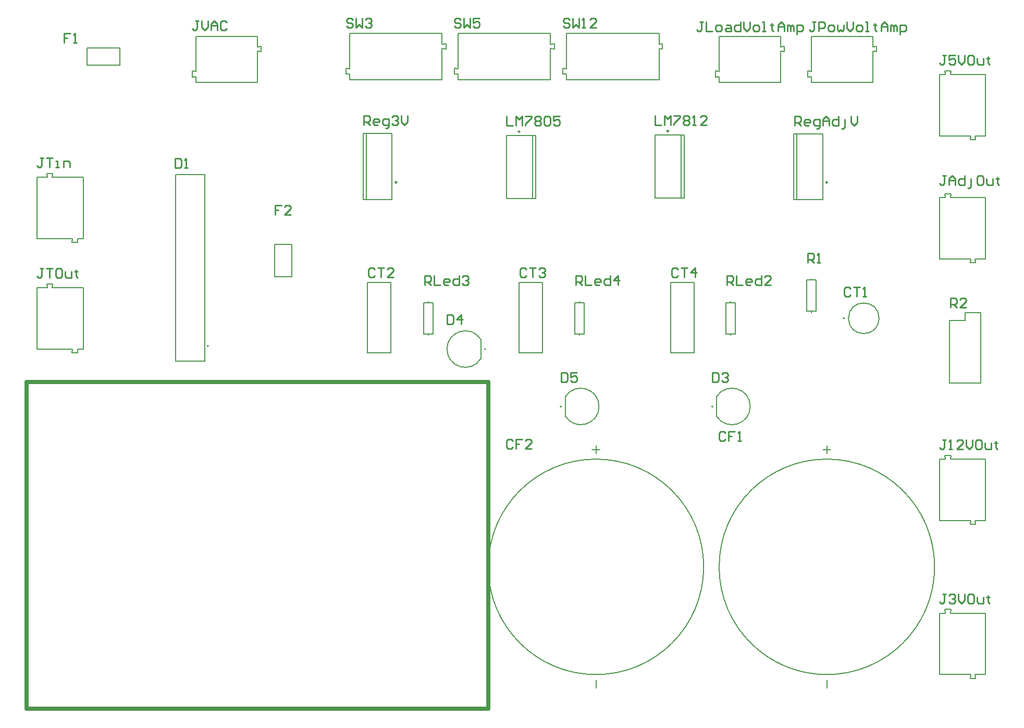
<source format=gto>
G04*
G04 #@! TF.GenerationSoftware,Altium Limited,Altium Designer,22.8.2 (66)*
G04*
G04 Layer_Color=65535*
%FSLAX23Y23*%
%MOIN*%
G70*
G04*
G04 #@! TF.SameCoordinates,6CFFAB6B-6790-4276-9EC1-E399126B9D9B*
G04*
G04*
G04 #@! TF.FilePolarity,Positive*
G04*
G01*
G75*
%ADD10C,0.010*%
%ADD11C,0.005*%
%ADD12C,0.008*%
%ADD13C,0.028*%
%ADD14C,0.010*%
D10*
X4204Y3870D02*
G03*
X4204Y3870I-5J0D01*
G01*
X3253Y3867D02*
G03*
X3253Y3867I-5J0D01*
G01*
X2466Y3543D02*
G03*
X2466Y3543I-5J0D01*
G01*
X5221Y3542D02*
G03*
X5221Y3542I-5J0D01*
G01*
D11*
X4429Y1083D02*
G03*
X4429Y1083I-689J0D01*
G01*
X3544Y2047D02*
G03*
X3544Y2170I99J62D01*
G01*
X4511Y2047D02*
G03*
X4511Y2170I99J62D01*
G01*
X5906Y1083D02*
G03*
X5906Y1083I-689J0D01*
G01*
X3003Y2538D02*
G03*
X3003Y2415I-99J-62D01*
G01*
X5551Y2673D02*
G03*
X5551Y2673I-98J0D01*
G01*
X3740Y308D02*
Y358D01*
Y1808D02*
Y1858D01*
X3715Y1833D02*
X3765D01*
X3544Y2047D02*
Y2170D01*
X4511Y2047D02*
Y2170D01*
X5217Y308D02*
Y358D01*
Y1808D02*
Y1858D01*
X5192Y1833D02*
X5242D01*
X3003Y2415D02*
Y2538D01*
X1050Y2400D02*
Y3593D01*
X1239D01*
Y2400D02*
Y3593D01*
X1050Y2400D02*
X1239D01*
D12*
X3520Y2108D02*
G03*
X3520Y2108I-4J0D01*
G01*
X4488D02*
G03*
X4488Y2108I-4J0D01*
G01*
X3034Y2476D02*
G03*
X3034Y2476I-4J0D01*
G01*
X1261Y2496D02*
G03*
X1261Y2496I-4J0D01*
G01*
X5329Y2673D02*
G03*
X5329Y2673I-4J0D01*
G01*
X4285Y3443D02*
Y3844D01*
X4304Y3443D02*
Y3844D01*
X4119Y3443D02*
Y3844D01*
Y3443D02*
X4304D01*
X4119Y3844D02*
X4304D01*
X3333Y3439D02*
Y3841D01*
X3353Y3439D02*
Y3841D01*
X3168Y3439D02*
Y3841D01*
Y3439D02*
X3353D01*
X3168Y3841D02*
X3353D01*
X3635Y2773D02*
Y2782D01*
Y2564D02*
Y2573D01*
Y2773D02*
X3665D01*
Y2573D02*
Y2773D01*
X3605Y2573D02*
X3665D01*
X3605D02*
Y2773D01*
X3635D01*
X2667D02*
Y2782D01*
Y2564D02*
Y2573D01*
Y2773D02*
X2697D01*
Y2573D02*
Y2773D01*
X2637Y2573D02*
X2697D01*
X2637D02*
Y2773D01*
X2667D01*
X4602D02*
Y2782D01*
Y2564D02*
Y2573D01*
Y2773D02*
X4632D01*
Y2573D02*
Y2773D01*
X4572Y2573D02*
X4632D01*
X4572D02*
Y2773D01*
X4602D01*
X2250Y3854D02*
X2435D01*
X2250Y3433D02*
X2435D01*
Y3854D01*
X2250Y3433D02*
Y3854D01*
X2270Y3433D02*
Y3854D01*
X4217Y2453D02*
Y2903D01*
Y2453D02*
X4367D01*
Y2903D01*
X4217D02*
X4367D01*
X3247Y2453D02*
Y2903D01*
Y2453D02*
X3397D01*
Y2903D01*
X3247D02*
X3397D01*
X2277Y2453D02*
Y2903D01*
Y2453D02*
X2427D01*
Y2903D01*
X2277D02*
X2427D01*
X5118Y4476D02*
X5512Y4476D01*
X5535Y4379D02*
Y4412D01*
X5512Y4382D02*
X5535Y4379D01*
X5512Y4409D02*
X5535Y4412D01*
X5512Y4409D02*
Y4476D01*
X5118Y4181D02*
X5512D01*
Y4382D01*
X5094Y4216D02*
Y4254D01*
Y4216D02*
X5118Y4218D01*
X5094Y4254D02*
X5118Y4252D01*
Y4181D02*
Y4218D01*
Y4252D02*
Y4476D01*
X4528D02*
X4921Y4476D01*
X4945Y4379D02*
Y4412D01*
X4921Y4382D02*
X4945Y4379D01*
X4921Y4409D02*
X4945Y4412D01*
X4921Y4409D02*
Y4476D01*
X4528Y4181D02*
X4921D01*
Y4382D01*
X4504Y4216D02*
Y4254D01*
Y4216D02*
X4528Y4218D01*
X4504Y4254D02*
X4528Y4252D01*
Y4181D02*
Y4218D01*
Y4252D02*
Y4476D01*
X5006Y3852D02*
X5191D01*
X5006Y3431D02*
X5191D01*
Y3852D01*
X5006Y3431D02*
Y3852D01*
X5026Y3431D02*
Y3852D01*
X6232Y1378D02*
X6232Y1772D01*
X6135Y1354D02*
X6168D01*
X6135D02*
X6138Y1378D01*
X6165D02*
X6168Y1354D01*
X6165Y1378D02*
X6232D01*
X5937D02*
Y1772D01*
Y1378D02*
X6138D01*
X5972Y1795D02*
X6010D01*
X5972D02*
X5974Y1772D01*
X6008D02*
X6010Y1795D01*
X5937Y1772D02*
X5974D01*
X6008D02*
X6232D01*
X6232Y394D02*
X6232Y787D01*
X6135Y370D02*
X6168D01*
X6135D02*
X6138Y394D01*
X6165D02*
X6168Y370D01*
X6165Y394D02*
X6232D01*
X5937D02*
Y787D01*
Y394D02*
X6138D01*
X5972Y811D02*
X6010D01*
X5972D02*
X5974Y787D01*
X6008D02*
X6010Y811D01*
X5937Y787D02*
X5974D01*
X6008D02*
X6232D01*
X6232Y3051D02*
X6232Y3445D01*
X6135Y3028D02*
X6168D01*
X6135D02*
X6138Y3051D01*
X6165D02*
X6168Y3028D01*
X6165Y3051D02*
X6232D01*
X5937D02*
Y3445D01*
Y3051D02*
X6138D01*
X5972Y3469D02*
X6010D01*
X5972D02*
X5974Y3445D01*
X6008D02*
X6010Y3469D01*
X5937Y3445D02*
X5974D01*
X6008D02*
X6232D01*
X165Y2476D02*
X390D01*
X423D02*
X461D01*
X388Y2453D02*
X390Y2476D01*
X423D02*
X425Y2453D01*
X388D02*
X425D01*
X260Y2870D02*
X461D01*
Y2476D02*
Y2870D01*
X165D02*
X232D01*
X229Y2893D02*
X232Y2870D01*
X260D02*
X263Y2893D01*
X229D02*
X263D01*
X165Y2476D02*
Y2870D01*
Y3181D02*
X390D01*
X423D02*
X461D01*
X388Y3158D02*
X390Y3181D01*
X423D02*
X425Y3158D01*
X388D02*
X425D01*
X260Y3575D02*
X461D01*
Y3181D02*
Y3575D01*
X165D02*
X232D01*
X229Y3598D02*
X232Y3575D01*
X260D02*
X263Y3598D01*
X229D02*
X263D01*
X165Y3181D02*
Y3575D01*
X1793Y2939D02*
Y3147D01*
X1683Y2939D02*
Y3147D01*
Y2939D02*
X1793D01*
X1683Y3147D02*
X1793D01*
X1181Y4252D02*
Y4476D01*
Y4181D02*
Y4218D01*
X1157Y4254D02*
X1181Y4252D01*
X1157Y4216D02*
X1181Y4218D01*
X1157Y4216D02*
Y4254D01*
X1575Y4181D02*
Y4382D01*
X1181Y4181D02*
X1575D01*
Y4409D02*
Y4476D01*
Y4409D02*
X1598Y4412D01*
X1575Y4382D02*
X1598Y4379D01*
Y4412D01*
X1181Y4476D02*
X1575Y4476D01*
X486Y4401D02*
X695D01*
X486Y4291D02*
X695D01*
Y4401D01*
X486Y4291D02*
Y4401D01*
X3552Y4269D02*
Y4494D01*
Y4199D02*
Y4236D01*
X3529Y4271D02*
X3552Y4269D01*
X3529Y4234D02*
X3552Y4236D01*
X3529Y4234D02*
Y4271D01*
X3552Y4494D02*
X4143D01*
X4166Y4396D02*
Y4430D01*
X4143Y4399D02*
X4166Y4396D01*
X4143Y4427D02*
X4166Y4430D01*
X4143Y4427D02*
Y4494D01*
X3552Y4199D02*
X4143D01*
Y4399D01*
X2859Y4269D02*
Y4494D01*
Y4199D02*
Y4236D01*
X2835Y4271D02*
X2859Y4269D01*
X2835Y4234D02*
X2859Y4236D01*
X2835Y4234D02*
Y4271D01*
X2859Y4494D02*
X3449D01*
X3473Y4396D02*
Y4430D01*
X3449Y4399D02*
X3473Y4396D01*
X3449Y4427D02*
X3473Y4430D01*
X3449Y4427D02*
Y4494D01*
X2859Y4199D02*
X3449D01*
Y4399D01*
X2165Y4269D02*
Y4494D01*
Y4199D02*
Y4236D01*
X2142Y4271D02*
X2165Y4269D01*
X2142Y4234D02*
X2165Y4236D01*
X2142Y4234D02*
Y4271D01*
X2165Y4494D02*
X2756D01*
X2780Y4396D02*
Y4430D01*
X2756Y4399D02*
X2780Y4396D01*
X2756Y4427D02*
X2780Y4430D01*
X2756Y4427D02*
Y4494D01*
X2165Y4199D02*
X2756D01*
Y4399D01*
X6002Y2259D02*
X6202D01*
Y2709D01*
X6102D02*
X6202D01*
X6102Y2659D02*
Y2709D01*
X6002Y2659D02*
X6102D01*
X6002Y2259D02*
Y2659D01*
X5118Y2718D02*
X5148D01*
Y2918D01*
X5088D02*
X5148D01*
X5088Y2718D02*
Y2918D01*
Y2718D02*
X5118D01*
Y2918D02*
Y2927D01*
Y2709D02*
Y2718D01*
X6008Y4232D02*
X6232D01*
X5937D02*
X5974D01*
X6008D02*
X6010Y4256D01*
X5972D02*
X5974Y4232D01*
X5972Y4256D02*
X6010D01*
X5937Y3839D02*
X6138D01*
X5937D02*
Y4232D01*
X6165Y3839D02*
X6232D01*
X6165D02*
X6168Y3815D01*
X6135D02*
X6138Y3839D01*
X6135Y3815D02*
X6168D01*
X6232Y3839D02*
X6232Y4232D01*
D13*
X98Y177D02*
X3051D01*
X98Y2264D02*
X3051D01*
Y177D02*
Y2264D01*
X98Y177D02*
Y2264D01*
D14*
X4118Y3970D02*
Y3910D01*
X4158D01*
X4178D02*
Y3970D01*
X4198Y3950D01*
X4218Y3970D01*
Y3910D01*
X4238Y3970D02*
X4278D01*
Y3960D01*
X4238Y3920D01*
Y3910D01*
X4298Y3960D02*
X4308Y3970D01*
X4328D01*
X4338Y3960D01*
Y3950D01*
X4328Y3940D01*
X4338Y3930D01*
Y3920D01*
X4328Y3910D01*
X4308D01*
X4298Y3920D01*
Y3930D01*
X4308Y3940D01*
X4298Y3950D01*
Y3960D01*
X4308Y3940D02*
X4328D01*
X4358Y3910D02*
X4378D01*
X4368D01*
Y3970D01*
X4358Y3960D01*
X4448Y3910D02*
X4408D01*
X4448Y3950D01*
Y3960D01*
X4438Y3970D01*
X4418D01*
X4408Y3960D01*
X3167Y3966D02*
Y3906D01*
X3207D01*
X3227D02*
Y3966D01*
X3247Y3946D01*
X3267Y3966D01*
Y3906D01*
X3287Y3966D02*
X3327D01*
Y3956D01*
X3287Y3916D01*
Y3906D01*
X3347Y3956D02*
X3357Y3966D01*
X3377D01*
X3387Y3956D01*
Y3946D01*
X3377Y3936D01*
X3387Y3926D01*
Y3916D01*
X3377Y3906D01*
X3357D01*
X3347Y3916D01*
Y3926D01*
X3357Y3936D01*
X3347Y3946D01*
Y3956D01*
X3357Y3936D02*
X3377D01*
X3407Y3956D02*
X3417Y3966D01*
X3437D01*
X3447Y3956D01*
Y3916D01*
X3437Y3906D01*
X3417D01*
X3407Y3916D01*
Y3956D01*
X3507Y3966D02*
X3467D01*
Y3936D01*
X3487Y3946D01*
X3497D01*
X3507Y3936D01*
Y3916D01*
X3497Y3906D01*
X3477D01*
X3467Y3916D01*
X3611Y2885D02*
Y2945D01*
X3641D01*
X3651Y2935D01*
Y2915D01*
X3641Y2905D01*
X3611D01*
X3631D02*
X3651Y2885D01*
X3671Y2945D02*
Y2885D01*
X3711D01*
X3761D02*
X3741D01*
X3731Y2895D01*
Y2915D01*
X3741Y2925D01*
X3761D01*
X3771Y2915D01*
Y2905D01*
X3731D01*
X3831Y2945D02*
Y2885D01*
X3801D01*
X3791Y2895D01*
Y2915D01*
X3801Y2925D01*
X3831D01*
X3881Y2885D02*
Y2945D01*
X3851Y2915D01*
X3891D01*
X2643Y2885D02*
Y2945D01*
X2673D01*
X2683Y2935D01*
Y2915D01*
X2673Y2905D01*
X2643D01*
X2663D02*
X2683Y2885D01*
X2703Y2945D02*
Y2885D01*
X2743D01*
X2793D02*
X2773D01*
X2763Y2895D01*
Y2915D01*
X2773Y2925D01*
X2793D01*
X2803Y2915D01*
Y2905D01*
X2763D01*
X2863Y2945D02*
Y2885D01*
X2833D01*
X2823Y2895D01*
Y2915D01*
X2833Y2925D01*
X2863D01*
X2883Y2935D02*
X2893Y2945D01*
X2913D01*
X2923Y2935D01*
Y2925D01*
X2913Y2915D01*
X2903D01*
X2913D01*
X2923Y2905D01*
Y2895D01*
X2913Y2885D01*
X2893D01*
X2883Y2895D01*
X4578Y2885D02*
Y2945D01*
X4608D01*
X4618Y2935D01*
Y2915D01*
X4608Y2905D01*
X4578D01*
X4598D02*
X4618Y2885D01*
X4638Y2945D02*
Y2885D01*
X4678D01*
X4728D02*
X4708D01*
X4698Y2895D01*
Y2915D01*
X4708Y2925D01*
X4728D01*
X4738Y2915D01*
Y2905D01*
X4698D01*
X4798Y2945D02*
Y2885D01*
X4768D01*
X4758Y2895D01*
Y2915D01*
X4768Y2925D01*
X4798D01*
X4858Y2885D02*
X4818D01*
X4858Y2925D01*
Y2935D01*
X4848Y2945D01*
X4828D01*
X4818Y2935D01*
X5011Y3907D02*
Y3967D01*
X5041D01*
X5051Y3957D01*
Y3937D01*
X5041Y3927D01*
X5011D01*
X5031D02*
X5051Y3907D01*
X5101D02*
X5081D01*
X5071Y3917D01*
Y3937D01*
X5081Y3947D01*
X5101D01*
X5111Y3937D01*
Y3927D01*
X5071D01*
X5151Y3887D02*
X5161D01*
X5171Y3897D01*
Y3947D01*
X5141D01*
X5131Y3937D01*
Y3917D01*
X5141Y3907D01*
X5171D01*
X5191D02*
Y3947D01*
X5211Y3967D01*
X5231Y3947D01*
Y3907D01*
Y3937D01*
X5191D01*
X5291Y3967D02*
Y3907D01*
X5261D01*
X5251Y3917D01*
Y3937D01*
X5261Y3947D01*
X5291D01*
X5311Y3887D02*
X5321D01*
X5331Y3897D01*
Y3947D01*
X5371Y3967D02*
Y3927D01*
X5391Y3907D01*
X5411Y3927D01*
Y3967D01*
X2255Y3909D02*
Y3969D01*
X2285D01*
X2295Y3959D01*
Y3939D01*
X2285Y3929D01*
X2255D01*
X2275D02*
X2295Y3909D01*
X2345D02*
X2325D01*
X2315Y3919D01*
Y3939D01*
X2325Y3949D01*
X2345D01*
X2355Y3939D01*
Y3929D01*
X2315D01*
X2395Y3889D02*
X2405D01*
X2415Y3899D01*
Y3949D01*
X2385D01*
X2375Y3939D01*
Y3919D01*
X2385Y3909D01*
X2415D01*
X2435Y3959D02*
X2445Y3969D01*
X2465D01*
X2475Y3959D01*
Y3949D01*
X2465Y3939D01*
X2455D01*
X2465D01*
X2475Y3929D01*
Y3919D01*
X2465Y3909D01*
X2445D01*
X2435Y3919D01*
X2495Y3969D02*
Y3929D01*
X2515Y3909D01*
X2535Y3929D01*
Y3969D01*
X6008Y2743D02*
Y2803D01*
X6038D01*
X6048Y2793D01*
Y2773D01*
X6038Y2763D01*
X6008D01*
X6028D02*
X6048Y2743D01*
X6108D02*
X6068D01*
X6108Y2783D01*
Y2793D01*
X6098Y2803D01*
X6078D01*
X6068Y2793D01*
X5094Y3030D02*
Y3090D01*
X5124D01*
X5134Y3080D01*
Y3060D01*
X5124Y3050D01*
X5094D01*
X5114D02*
X5134Y3030D01*
X5154D02*
X5174D01*
X5164D01*
Y3090D01*
X5154Y3080D01*
X1199Y4575D02*
X1179D01*
X1189D01*
Y4525D01*
X1179Y4515D01*
X1169D01*
X1159Y4525D01*
X1219Y4575D02*
Y4535D01*
X1239Y4515D01*
X1259Y4535D01*
Y4575D01*
X1279Y4515D02*
Y4555D01*
X1299Y4575D01*
X1319Y4555D01*
Y4515D01*
Y4545D01*
X1279D01*
X1379Y4565D02*
X1369Y4575D01*
X1349D01*
X1339Y4565D01*
Y4525D01*
X1349Y4515D01*
X1369D01*
X1379Y4525D01*
X206Y2993D02*
X186D01*
X196D01*
Y2943D01*
X186Y2933D01*
X176D01*
X166Y2943D01*
X226Y2993D02*
X266D01*
X246D01*
Y2933D01*
X316Y2993D02*
X296D01*
X286Y2983D01*
Y2943D01*
X296Y2933D01*
X316D01*
X326Y2943D01*
Y2983D01*
X316Y2993D01*
X346Y2973D02*
Y2943D01*
X356Y2933D01*
X386D01*
Y2973D01*
X416Y2983D02*
Y2973D01*
X406D01*
X426D01*
X416D01*
Y2943D01*
X426Y2933D01*
X206Y3698D02*
X186D01*
X196D01*
Y3648D01*
X186Y3638D01*
X176D01*
X166Y3648D01*
X226Y3698D02*
X266D01*
X246D01*
Y3638D01*
X286D02*
X306D01*
X296D01*
Y3678D01*
X286D01*
X336Y3638D02*
Y3678D01*
X366D01*
X376Y3668D01*
Y3638D01*
X3570Y4583D02*
X3560Y4593D01*
X3540D01*
X3530Y4583D01*
Y4573D01*
X3540Y4563D01*
X3560D01*
X3570Y4553D01*
Y4543D01*
X3560Y4533D01*
X3540D01*
X3530Y4543D01*
X3590Y4593D02*
Y4533D01*
X3610Y4553D01*
X3630Y4533D01*
Y4593D01*
X3650Y4533D02*
X3670D01*
X3660D01*
Y4593D01*
X3650Y4583D01*
X3740Y4533D02*
X3700D01*
X3740Y4573D01*
Y4583D01*
X3730Y4593D01*
X3710D01*
X3700Y4583D01*
X2876D02*
X2866Y4593D01*
X2846D01*
X2836Y4583D01*
Y4573D01*
X2846Y4563D01*
X2866D01*
X2876Y4553D01*
Y4543D01*
X2866Y4533D01*
X2846D01*
X2836Y4543D01*
X2896Y4593D02*
Y4533D01*
X2916Y4553D01*
X2936Y4533D01*
Y4593D01*
X2996D02*
X2956D01*
Y4563D01*
X2976Y4573D01*
X2986D01*
X2996Y4563D01*
Y4543D01*
X2986Y4533D01*
X2966D01*
X2956Y4543D01*
X2183Y4583D02*
X2173Y4593D01*
X2153D01*
X2143Y4583D01*
Y4573D01*
X2153Y4563D01*
X2173D01*
X2183Y4553D01*
Y4543D01*
X2173Y4533D01*
X2153D01*
X2143Y4543D01*
X2203Y4593D02*
Y4533D01*
X2223Y4553D01*
X2243Y4533D01*
Y4593D01*
X2263Y4583D02*
X2273Y4593D01*
X2293D01*
X2303Y4583D01*
Y4573D01*
X2293Y4563D01*
X2283D01*
X2293D01*
X2303Y4553D01*
Y4543D01*
X2293Y4533D01*
X2273D01*
X2263Y4543D01*
X5143Y4568D02*
X5123D01*
X5133D01*
Y4518D01*
X5123Y4508D01*
X5113D01*
X5103Y4518D01*
X5163Y4508D02*
Y4568D01*
X5193D01*
X5203Y4558D01*
Y4538D01*
X5193Y4528D01*
X5163D01*
X5233Y4508D02*
X5253D01*
X5263Y4518D01*
Y4538D01*
X5253Y4548D01*
X5233D01*
X5223Y4538D01*
Y4518D01*
X5233Y4508D01*
X5283Y4548D02*
Y4518D01*
X5293Y4508D01*
X5303Y4518D01*
X5313Y4508D01*
X5323Y4518D01*
Y4548D01*
X5343Y4568D02*
Y4528D01*
X5363Y4508D01*
X5383Y4528D01*
Y4568D01*
X5413Y4508D02*
X5433D01*
X5443Y4518D01*
Y4538D01*
X5433Y4548D01*
X5413D01*
X5403Y4538D01*
Y4518D01*
X5413Y4508D01*
X5463D02*
X5483D01*
X5473D01*
Y4568D01*
X5463D01*
X5523Y4558D02*
Y4548D01*
X5513D01*
X5533D01*
X5523D01*
Y4518D01*
X5533Y4508D01*
X5563D02*
Y4548D01*
X5583Y4568D01*
X5603Y4548D01*
Y4508D01*
Y4538D01*
X5563D01*
X5623Y4508D02*
Y4548D01*
X5633D01*
X5643Y4538D01*
Y4508D01*
Y4538D01*
X5653Y4548D01*
X5663Y4538D01*
Y4508D01*
X5683Y4488D02*
Y4548D01*
X5713D01*
X5723Y4538D01*
Y4518D01*
X5713Y4508D01*
X5683D01*
X4425Y4568D02*
X4405D01*
X4415D01*
Y4518D01*
X4405Y4508D01*
X4395D01*
X4385Y4518D01*
X4444Y4568D02*
Y4508D01*
X4484D01*
X4514D02*
X4534D01*
X4544Y4518D01*
Y4538D01*
X4534Y4548D01*
X4514D01*
X4504Y4538D01*
Y4518D01*
X4514Y4508D01*
X4574Y4548D02*
X4594D01*
X4604Y4538D01*
Y4508D01*
X4574D01*
X4564Y4518D01*
X4574Y4528D01*
X4604D01*
X4664Y4568D02*
Y4508D01*
X4634D01*
X4624Y4518D01*
Y4538D01*
X4634Y4548D01*
X4664D01*
X4684Y4568D02*
Y4528D01*
X4704Y4508D01*
X4724Y4528D01*
Y4568D01*
X4754Y4508D02*
X4774D01*
X4784Y4518D01*
Y4538D01*
X4774Y4548D01*
X4754D01*
X4744Y4538D01*
Y4518D01*
X4754Y4508D01*
X4804D02*
X4824D01*
X4814D01*
Y4568D01*
X4804D01*
X4864Y4558D02*
Y4548D01*
X4854D01*
X4874D01*
X4864D01*
Y4518D01*
X4874Y4508D01*
X4904D02*
Y4548D01*
X4924Y4568D01*
X4944Y4548D01*
Y4508D01*
Y4538D01*
X4904D01*
X4964Y4508D02*
Y4548D01*
X4974D01*
X4984Y4538D01*
Y4508D01*
Y4538D01*
X4994Y4548D01*
X5004Y4538D01*
Y4508D01*
X5024Y4488D02*
Y4548D01*
X5054D01*
X5064Y4538D01*
Y4518D01*
X5054Y4508D01*
X5024D01*
X5978Y3587D02*
X5958D01*
X5968D01*
Y3537D01*
X5958Y3527D01*
X5948D01*
X5938Y3537D01*
X5998Y3527D02*
Y3567D01*
X6018Y3587D01*
X6038Y3567D01*
Y3527D01*
Y3557D01*
X5998D01*
X6098Y3587D02*
Y3527D01*
X6068D01*
X6058Y3537D01*
Y3557D01*
X6068Y3567D01*
X6098D01*
X6118Y3507D02*
X6128D01*
X6138Y3517D01*
Y3567D01*
X6208Y3587D02*
X6188D01*
X6178Y3577D01*
Y3537D01*
X6188Y3527D01*
X6208D01*
X6218Y3537D01*
Y3577D01*
X6208Y3587D01*
X6238Y3567D02*
Y3537D01*
X6248Y3527D01*
X6278D01*
Y3567D01*
X6308Y3577D02*
Y3567D01*
X6298D01*
X6318D01*
X6308D01*
Y3537D01*
X6318Y3527D01*
X5978Y1894D02*
X5958D01*
X5968D01*
Y1844D01*
X5958Y1834D01*
X5948D01*
X5938Y1844D01*
X5998Y1834D02*
X6018D01*
X6008D01*
Y1894D01*
X5998Y1884D01*
X6088Y1834D02*
X6048D01*
X6088Y1874D01*
Y1884D01*
X6078Y1894D01*
X6058D01*
X6048Y1884D01*
X6108Y1894D02*
Y1854D01*
X6128Y1834D01*
X6148Y1854D01*
Y1894D01*
X6198D02*
X6178D01*
X6168Y1884D01*
Y1844D01*
X6178Y1834D01*
X6198D01*
X6208Y1844D01*
Y1884D01*
X6198Y1894D01*
X6228Y1874D02*
Y1844D01*
X6238Y1834D01*
X6268D01*
Y1874D01*
X6298Y1884D02*
Y1874D01*
X6288D01*
X6308D01*
X6298D01*
Y1844D01*
X6308Y1834D01*
X5978Y4355D02*
X5958D01*
X5968D01*
Y4305D01*
X5958Y4295D01*
X5948D01*
X5938Y4305D01*
X6038Y4355D02*
X5998D01*
Y4325D01*
X6018Y4335D01*
X6028D01*
X6038Y4325D01*
Y4305D01*
X6028Y4295D01*
X6008D01*
X5998Y4305D01*
X6058Y4355D02*
Y4315D01*
X6078Y4295D01*
X6098Y4315D01*
Y4355D01*
X6148D02*
X6128D01*
X6118Y4345D01*
Y4305D01*
X6128Y4295D01*
X6148D01*
X6158Y4305D01*
Y4345D01*
X6148Y4355D01*
X6178Y4335D02*
Y4305D01*
X6188Y4295D01*
X6218D01*
Y4335D01*
X6248Y4345D02*
Y4335D01*
X6238D01*
X6258D01*
X6248D01*
Y4305D01*
X6258Y4295D01*
X5978Y910D02*
X5958D01*
X5968D01*
Y860D01*
X5958Y850D01*
X5948D01*
X5938Y860D01*
X5998Y900D02*
X6008Y910D01*
X6028D01*
X6038Y900D01*
Y890D01*
X6028Y880D01*
X6018D01*
X6028D01*
X6038Y870D01*
Y860D01*
X6028Y850D01*
X6008D01*
X5998Y860D01*
X6058Y910D02*
Y870D01*
X6078Y850D01*
X6098Y870D01*
Y910D01*
X6148D02*
X6128D01*
X6118Y900D01*
Y860D01*
X6128Y850D01*
X6148D01*
X6158Y860D01*
Y900D01*
X6148Y910D01*
X6178Y890D02*
Y860D01*
X6188Y850D01*
X6218D01*
Y890D01*
X6248Y900D02*
Y890D01*
X6238D01*
X6258D01*
X6248D01*
Y860D01*
X6258Y850D01*
X1729Y3396D02*
X1689D01*
Y3366D01*
X1709D01*
X1689D01*
Y3336D01*
X1789D02*
X1749D01*
X1789Y3376D01*
Y3386D01*
X1779Y3396D01*
X1759D01*
X1749Y3386D01*
X378Y4495D02*
X338D01*
Y4465D01*
X358D01*
X338D01*
Y4435D01*
X398D02*
X418D01*
X408D01*
Y4495D01*
X398Y4485D01*
X3518Y2326D02*
Y2266D01*
X3548D01*
X3558Y2276D01*
Y2316D01*
X3548Y2326D01*
X3518D01*
X3618D02*
X3578D01*
Y2296D01*
X3598Y2306D01*
X3608D01*
X3618Y2296D01*
Y2276D01*
X3608Y2266D01*
X3588D01*
X3578Y2276D01*
X2787Y2694D02*
Y2634D01*
X2817D01*
X2827Y2644D01*
Y2684D01*
X2817Y2694D01*
X2787D01*
X2877Y2634D02*
Y2694D01*
X2847Y2664D01*
X2887D01*
X4486Y2326D02*
Y2266D01*
X4516D01*
X4526Y2276D01*
Y2316D01*
X4516Y2326D01*
X4486D01*
X4546Y2316D02*
X4556Y2326D01*
X4576D01*
X4586Y2316D01*
Y2306D01*
X4576Y2296D01*
X4566D01*
X4576D01*
X4586Y2286D01*
Y2276D01*
X4576Y2266D01*
X4556D01*
X4546Y2276D01*
X1049Y3694D02*
Y3634D01*
X1079D01*
X1089Y3644D01*
Y3684D01*
X1079Y3694D01*
X1049D01*
X1109Y3634D02*
X1129D01*
X1119D01*
Y3694D01*
X1109Y3684D01*
X4263Y2987D02*
X4253Y2997D01*
X4233D01*
X4223Y2987D01*
Y2947D01*
X4233Y2937D01*
X4253D01*
X4263Y2947D01*
X4283Y2997D02*
X4323D01*
X4303D01*
Y2937D01*
X4373D02*
Y2997D01*
X4343Y2967D01*
X4383D01*
X3293Y2987D02*
X3283Y2997D01*
X3263D01*
X3253Y2987D01*
Y2947D01*
X3263Y2937D01*
X3283D01*
X3293Y2947D01*
X3313Y2997D02*
X3353D01*
X3333D01*
Y2937D01*
X3373Y2987D02*
X3383Y2997D01*
X3403D01*
X3413Y2987D01*
Y2977D01*
X3403Y2967D01*
X3393D01*
X3403D01*
X3413Y2957D01*
Y2947D01*
X3403Y2937D01*
X3383D01*
X3373Y2947D01*
X2323Y2987D02*
X2313Y2997D01*
X2293D01*
X2283Y2987D01*
Y2947D01*
X2293Y2937D01*
X2313D01*
X2323Y2947D01*
X2343Y2997D02*
X2383D01*
X2363D01*
Y2937D01*
X2443D02*
X2403D01*
X2443Y2977D01*
Y2987D01*
X2433Y2997D01*
X2413D01*
X2403Y2987D01*
X5367Y2862D02*
X5357Y2872D01*
X5337D01*
X5327Y2862D01*
Y2822D01*
X5337Y2812D01*
X5357D01*
X5367Y2822D01*
X5387Y2872D02*
X5427D01*
X5407D01*
Y2812D01*
X5447D02*
X5467D01*
X5457D01*
Y2872D01*
X5447Y2862D01*
X3208Y1890D02*
X3198Y1900D01*
X3178D01*
X3168Y1890D01*
Y1850D01*
X3178Y1840D01*
X3198D01*
X3208Y1850D01*
X3268Y1900D02*
X3228D01*
Y1870D01*
X3248D01*
X3228D01*
Y1840D01*
X3328D02*
X3288D01*
X3328Y1880D01*
Y1890D01*
X3318Y1900D01*
X3298D01*
X3288Y1890D01*
X4567Y1940D02*
X4557Y1950D01*
X4537D01*
X4527Y1940D01*
Y1900D01*
X4537Y1890D01*
X4557D01*
X4567Y1900D01*
X4627Y1950D02*
X4587D01*
Y1920D01*
X4607D01*
X4587D01*
Y1890D01*
X4647D02*
X4667D01*
X4657D01*
Y1950D01*
X4647Y1940D01*
M02*

</source>
